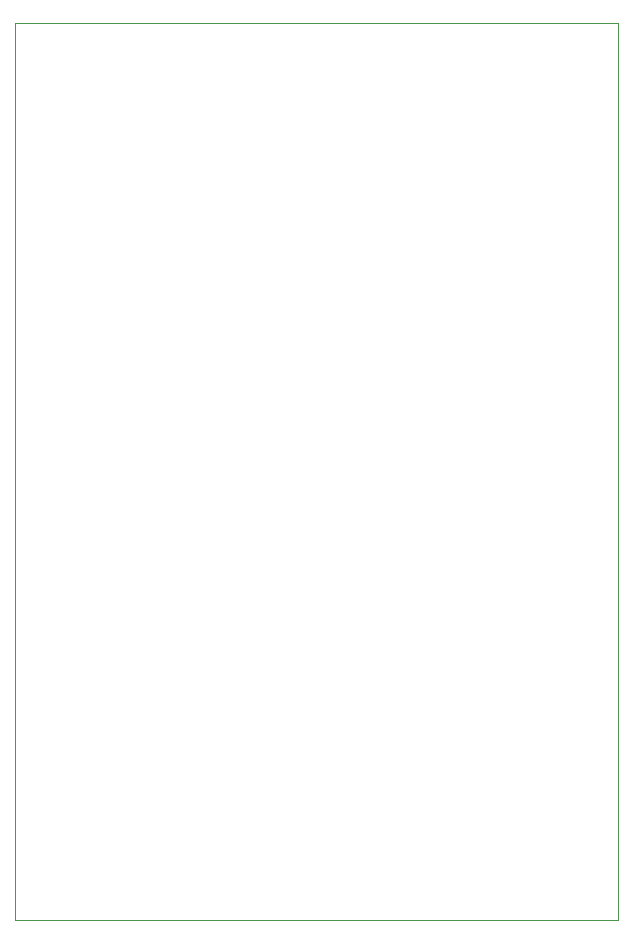
<source format=gbr>
%TF.GenerationSoftware,KiCad,Pcbnew,5.1.10-88a1d61d58~90~ubuntu21.04.1*%
%TF.CreationDate,2021-10-08T21:36:15+02:00*%
%TF.ProjectId,lfo,6c666f2e-6b69-4636-9164-5f7063625858,v1.0.0*%
%TF.SameCoordinates,Original*%
%TF.FileFunction,Profile,NP*%
%FSLAX46Y46*%
G04 Gerber Fmt 4.6, Leading zero omitted, Abs format (unit mm)*
G04 Created by KiCad (PCBNEW 5.1.10-88a1d61d58~90~ubuntu21.04.1) date 2021-10-08 21:36:15*
%MOMM*%
%LPD*%
G01*
G04 APERTURE LIST*
%TA.AperFunction,Profile*%
%ADD10C,0.050000*%
%TD*%
G04 APERTURE END LIST*
D10*
X73000000Y-113000000D02*
X124000000Y-113000000D01*
X73000000Y-37000000D02*
X73000000Y-113000000D01*
X124000000Y-37000000D02*
X73000000Y-37000000D01*
X124000000Y-113000000D02*
X124000000Y-37000000D01*
M02*

</source>
